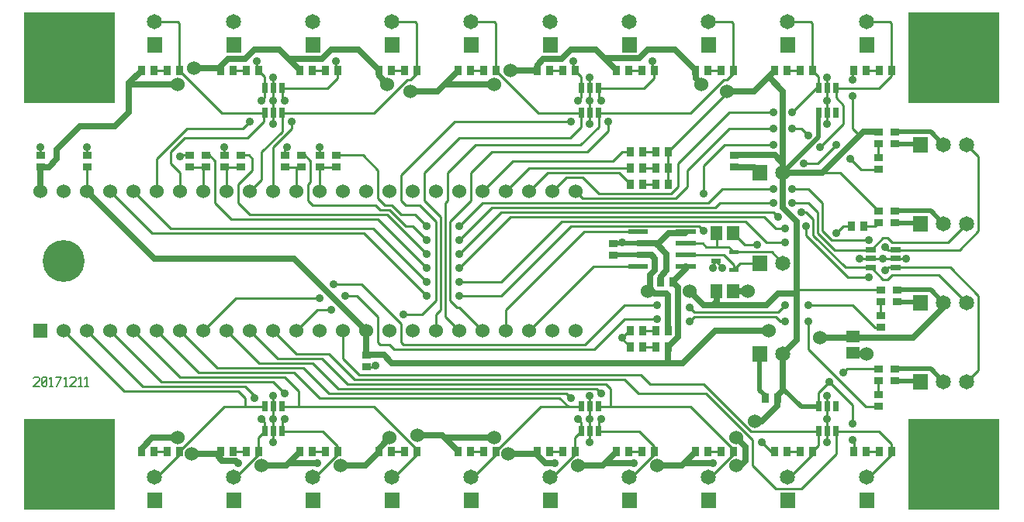
<source format=gbr>
G04 start of page 2 for group 0 idx 0 *
G04 Title: joystick-board, top *
G04 Creator: pcb 20140316 *
G04 CreationDate: Mon 11 Dec 2017 05:03:33 PM GMT UTC *
G04 For: brian *
G04 Format: Gerber/RS-274X *
G04 PCB-Dimensions (mil): 6000.00 5000.00 *
G04 PCB-Coordinate-Origin: lower left *
%MOIN*%
%FSLAX25Y25*%
%LNTOP*%
%ADD28C,0.1285*%
%ADD27C,0.0400*%
%ADD26C,0.0380*%
%ADD25C,0.0350*%
%ADD24C,0.0360*%
%ADD23R,0.0236X0.0236*%
%ADD22R,0.0512X0.0512*%
%ADD21R,0.0189X0.0189*%
%ADD20R,0.0200X0.0200*%
%ADD19R,0.0295X0.0295*%
%ADD18C,0.1800*%
%ADD17C,0.0650*%
%ADD16C,0.0600*%
%ADD15C,0.0070*%
%ADD14C,0.0200*%
%ADD13C,0.0250*%
%ADD12C,0.0100*%
%ADD11C,0.0001*%
G54D11*G36*
X424000Y383000D02*X463000D01*
Y344000D01*
X424000D01*
Y383000D01*
G37*
G36*
X44000Y344000D02*Y383000D01*
X83000D01*
Y344000D01*
X44000D01*
G37*
G36*
X83000Y169000D02*X44000D01*
Y208000D01*
X83000D01*
Y169000D01*
G37*
G36*
X463000Y208000D02*Y169000D01*
X424000D01*
Y208000D01*
X463000D01*
G37*
G54D12*X115000Y316441D02*X122000D01*
X121000Y306000D02*Y316441D01*
X126000Y319000D02*Y301000D01*
X111000Y314000D02*X107000Y318000D01*
Y323000D02*X113000Y329000D01*
X122000Y321559D02*X123441D01*
X126000Y319000D01*
X101000Y320000D02*X114000Y333000D01*
X115000Y321559D02*X111559D01*
X111000Y321000D01*
X128874Y339685D02*X110559Y358000D01*
X111000Y306000D02*Y314000D01*
X147260Y339685D02*X128874D01*
X140000Y329000D02*X147000Y336000D01*
Y339685D01*
X138000Y333000D02*X141000Y336000D01*
X147260Y355299D02*Y346260D01*
X146000Y345000D01*
X154740Y350315D02*Y346260D01*
X156000Y345000D01*
X113000Y329000D02*X140000D01*
X114000Y333000D02*X138000D01*
X178559Y358000D02*Y354559D01*
X174315Y350315D01*
X154740D02*X174315D01*
G54D13*X100000Y277000D02*X160000D01*
G54D12*X136000Y301000D02*X141000Y296000D01*
X126000Y301000D02*X133000Y294000D01*
X99000Y288000D02*X190000D01*
X107000Y290000D02*X194000D01*
X133000Y294000D02*X196000D01*
X141000Y296000D02*X200000D01*
X168000Y300000D02*X195000D01*
X197000Y298000D01*
X131000Y306000D02*Y316441D01*
X130000D02*X137000D01*
X136000Y309000D02*Y301000D01*
X130000Y321559D02*Y325000D01*
X154685Y331685D02*X146000Y323000D01*
X137000Y321559D02*X140441D01*
X142000Y320000D01*
X146000Y323000D02*Y311000D01*
X141000Y306000D01*
X142000Y320000D02*Y315000D01*
X136000Y309000D01*
X107000Y318000D02*Y323000D01*
X101000Y306000D02*Y320000D01*
X71000Y306000D02*Y316441D01*
G54D13*Y306000D02*X100000Y277000D01*
G54D12*X81000Y306000D02*X99000Y288000D01*
X91000Y306000D02*X107000Y290000D01*
X51000Y321559D02*Y325000D01*
X71000Y321559D02*Y325000D01*
G54D13*X51000Y306000D02*Y316441D01*
X54441D01*
X58000Y320000D01*
Y324000D01*
X68000Y334000D01*
X83000D01*
X89000Y340000D01*
G54D12*X177000Y321559D02*X189441D01*
X164441D02*X167000Y319000D01*
X189441Y321559D02*X196000Y315000D01*
Y303000D01*
X199000Y300000D01*
X163000Y321559D02*X164441D01*
X167000Y319000D02*Y310000D01*
X166000Y309000D01*
Y302000D01*
X168000Y300000D01*
X171000Y316441D02*X178000D01*
X171000Y321559D02*Y325000D01*
X290740Y333740D02*X283000Y326000D01*
X281000Y306000D02*X284000Y303000D01*
X277000Y312000D02*X284000D01*
X291000Y305000D01*
X295000Y336000D02*Y332000D01*
X286000Y323000D01*
X301000D02*X297000Y319000D01*
X304441Y309000D02*X299441Y314000D01*
X151000Y335000D02*Y355000D01*
G54D13*X196441Y355559D02*X200000Y352000D01*
X210000Y349000D02*X221441D01*
G54D12*X210000Y354000D02*X208559D01*
X194280Y339720D01*
X212559Y356559D02*X210000Y354000D01*
X264874Y339685D02*X246559Y358000D01*
X241441D02*X235559D01*
G54D13*X246000Y352000D02*X224441D01*
G54D12*X279000Y336000D02*X229000D01*
X278630Y329000D02*X231000D01*
X283000Y326000D02*X238000D01*
G54D13*X253000Y358000D02*X264441D01*
Y360441D01*
X267000Y363000D01*
X275000D01*
G54D12*X283260Y355299D02*X280559Y358000D01*
X269559D02*X275441D01*
X303559D02*X309441D01*
X283315Y333685D02*Y339685D01*
X280000Y362000D02*Y358559D01*
X283315Y333685D02*X278630Y329000D01*
G54D13*X275000Y363000D02*X279000Y367000D01*
X289441D01*
X298441Y358000D01*
X293220Y363220D02*X308220D01*
G54D12*X283260Y355299D02*Y346260D01*
X282000Y345000D01*
X290740Y350315D02*Y346260D01*
X292000Y345000D01*
X287000Y335000D02*Y355000D01*
X290740Y339685D02*Y333740D01*
X304441Y323000D02*X301000D01*
X241000Y306000D02*X254000Y319000D01*
X245000Y323000D02*X236000Y314000D01*
X227000Y293000D02*X236000Y302000D01*
X226000D02*X225000Y301000D01*
X231000Y329000D02*X216000Y314000D01*
X238000Y326000D02*X226000Y314000D01*
X216000Y302000D02*Y314000D01*
X226000Y302000D02*Y314000D01*
X236000Y302000D02*Y314000D01*
X223000Y295000D02*X216000Y302000D01*
X214000Y300000D02*X221000Y293000D01*
X206000Y302000D02*X208000Y300000D01*
X214000D01*
X229000Y336000D02*X206000Y313000D01*
Y302000D02*Y313000D01*
X283260Y339685D02*X264874D01*
X254000Y319000D02*X297000D01*
X299441Y314000D02*X269000D01*
X304441Y316000D02*X261000D01*
X286000Y323000D02*X245000D01*
X271000Y306000D02*X277000Y312000D01*
X269000Y314000D02*X261000Y306000D01*
Y316000D02*X251000Y306000D01*
X212559Y378441D02*X212000Y379000D01*
X246559Y358000D02*Y378441D01*
X246000Y379000D01*
X236000D01*
X212000D02*X202000D01*
G54D13*X221441Y349000D02*X230441Y358000D01*
G54D12*X212559Y378441D02*Y356559D01*
X156000Y316441D02*X163000D01*
X171000Y306000D02*Y316441D01*
X161000Y306000D02*Y316441D01*
X194244Y339685D02*X154740D01*
X159000Y336000D02*Y333000D01*
X151000Y325000D01*
X154685Y339685D02*Y331685D01*
X151000Y325000D02*Y306000D01*
X156000Y321559D02*Y324000D01*
X147260Y355299D02*X144559Y358000D01*
X133559D02*X139441D01*
X156000Y324000D02*X157000Y325000D01*
G54D13*X153441Y367000D02*X162441Y358000D01*
G54D12*X167559D02*X173441D01*
X201559D02*X207441D01*
X178000Y362000D02*Y358559D01*
G54D13*X157441Y363000D02*X172000D01*
X176000Y367000D01*
X187441D01*
X196441Y358000D01*
Y355559D01*
G54D12*X110559Y358000D02*Y378441D01*
X110000Y379000D01*
X100000D01*
X105441Y358000D02*X99559D01*
G54D13*X89000Y340000D02*Y352559D01*
X94441Y358000D01*
X110000Y352000D02*X89000D01*
X117000Y359000D02*X127441D01*
X128441Y358000D01*
X127441Y359000D02*X131441Y363000D01*
X139000D01*
G54D12*X144000Y362000D02*Y358559D01*
X144780Y357780D01*
G54D13*X139000Y363000D02*X143000Y367000D01*
X153441D01*
G54D12*X348559Y358000D02*Y378441D01*
X348000Y379000D01*
X338000D01*
X337559Y358000D02*X343441D01*
X314000Y362000D02*Y358559D01*
X314559Y358000D02*Y354559D01*
G54D13*X308220Y363220D02*X312000Y367000D01*
X323441D01*
X332441Y358000D01*
Y354559D01*
X335000Y352000D01*
G54D12*X348559Y358000D02*Y356559D01*
X346000Y354000D01*
X344559D01*
X330244Y339685D02*X290740D01*
G54D13*X346000Y349000D02*X357441D01*
X366441Y358000D01*
X370000Y349000D02*X363720Y355280D01*
G54D12*X346000Y349000D02*Y348441D01*
X344559Y354000D02*X330244Y339685D01*
X314559Y354559D02*X310315Y350315D01*
X290740D02*X310315D01*
X347000Y340000D02*X366000D01*
G54D13*X360000Y314000D02*X357559Y316441D01*
G54D12*X354000Y293000D02*X363000Y284000D01*
X359000Y283000D02*X353543D01*
G54D13*X357559Y316441D02*X349000D01*
G54D12*X344000Y307000D02*X366000D01*
X343000Y301000D02*X366000D01*
G54D13*X366441Y321559D02*X370000Y318000D01*
Y299000D02*Y349000D01*
G54D12*X366000Y297000D02*X368000Y295000D01*
X362000D02*X367000Y290000D01*
X366000Y333000D02*X347000D01*
G54D13*X349000Y321559D02*X366441D01*
G54D12*X366000Y326000D02*X345000D01*
X336000Y317000D01*
X346000Y348441D02*X320559Y323000D01*
X325000Y318000D02*X347000Y340000D01*
X338000Y301000D02*X344000Y307000D01*
X336000Y317000D02*Y305000D01*
X322000D02*X325000Y308000D01*
Y318000D01*
X329000Y315000D02*Y308000D01*
X324000Y303000D01*
X347000Y333000D02*X329000Y315000D01*
G54D14*X419000Y258441D02*X428559D01*
G54D12*X429000Y258000D01*
G54D14*X433441Y263559D02*X419000D01*
G54D12*X412000Y258441D02*Y252559D01*
G54D14*X433441Y263559D02*X439000Y258000D01*
G54D12*X454000Y261000D02*Y229000D01*
X449000Y224000D01*
G54D13*X439000Y258000D02*Y256000D01*
G54D12*X449000Y258000D02*X437000Y270000D01*
G54D13*X439000Y256000D02*X426000Y243000D01*
G54D12*X454000Y261000D02*X441740Y273260D01*
X415260D01*
G54D14*X418000Y224441D02*X428559D01*
G54D12*X429000Y224000D01*
X411000Y224441D02*Y218559D01*
G54D14*X433441Y229559D02*X439000Y224000D01*
X433441Y229559D02*X418000D01*
G54D12*X416559Y192559D02*X407000Y183000D01*
X406000D01*
X411315Y202685D02*X416559Y197441D01*
Y192559D02*Y197441D01*
X405559Y194000D02*X411441D01*
X382559D02*X385260Y196701D01*
X393000Y193000D02*X378000Y178000D01*
X367000D01*
X357000Y188000D01*
X356315Y202685D02*X385260D01*
Y196701D02*Y202685D01*
X393000D02*Y193000D01*
X400441Y194000D02*Y198559D01*
X400000Y199000D01*
X389000Y198000D02*Y218000D01*
X392740Y202685D02*X411315D01*
X411000Y213441D02*X405559D01*
X400000Y206000D02*Y214000D01*
X371559Y194000D02*X377441D01*
G54D14*X385260Y213315D02*X377685D01*
X370000Y221000D01*
G54D12*X385315Y213315D02*Y219315D01*
X412000Y263559D02*X376441D01*
X376000Y264000D01*
X381000Y238000D02*Y250000D01*
X405559Y213441D02*X381000Y238000D01*
X397559Y229559D02*X396000Y228000D01*
X400000Y214000D02*X390000Y224000D01*
X385315Y219315D02*X390000Y224000D01*
G54D13*X368000Y262000D02*X376000D01*
G54D12*X368000Y254000D02*X371000Y257000D01*
X411000Y229559D02*X397559D01*
G54D13*X406000Y236000D02*X400457D01*
X400000Y236457D01*
G54D14*X418000Y326441D02*X428559D01*
G54D12*X429000Y326000D01*
G54D14*X433441Y331559D02*X439000Y326000D01*
X433441Y331559D02*X418000D01*
G54D13*X404559D02*X387000Y314000D01*
G54D12*X403559Y315441D02*X399000Y320000D01*
X394559Y314000D02*X387000D01*
X393000Y326000D02*X385000Y318000D01*
X396000Y335000D02*X386000Y325000D01*
G54D14*X385260Y339685D02*Y329260D01*
G54D13*X411000Y331559D02*X404559D01*
G54D12*X400000Y333000D02*X403000Y330000D01*
X411000Y326441D02*Y320559D01*
G54D14*X385260Y329260D02*X370000Y314000D01*
G54D12*X385000Y318000D02*X379000D01*
X381000Y330000D02*X378000Y333000D01*
X374000D01*
X411000Y315441D02*X403559D01*
X400000Y257000D02*X381000D01*
X371000Y250000D02*X369000D01*
X367000Y252000D01*
X332000D01*
X330000Y250000D01*
G54D13*X355000Y263000D02*X348543D01*
G54D12*X412000Y247441D02*X409559D01*
X400000Y257000D01*
X403000Y277000D02*X423000D01*
X407685Y273260D02*X412945Y268000D01*
X415000D01*
X417000Y270000D01*
X415260Y273260D02*X414000Y272000D01*
X417000Y270000D02*X437000D01*
X382559Y358000D02*Y378441D01*
X382000Y379000D01*
X372000D01*
X377441Y358000D02*X371559D01*
X382559D02*X385260Y355299D01*
Y350315D01*
X384315D01*
X374000Y340000D01*
X407685Y280740D02*X412945Y286000D01*
X415000D01*
X417000Y284000D01*
X415260Y280740D02*X414000Y282000D01*
X411000Y292441D02*X409559Y291000D01*
X404559D01*
X411000Y297559D02*X394559Y314000D01*
X383000Y294000D02*X380000Y297000D01*
X378000D01*
X385000Y288000D02*Y297000D01*
X381000Y301000D01*
X374000D01*
X387000Y289000D02*Y301000D01*
X381000Y307000D01*
X374000D01*
X416559Y378441D02*X416000Y379000D01*
X406000D01*
X416559Y378441D02*Y355559D01*
X411441Y358000D02*X405559D01*
X392740Y350315D02*X411315D01*
X416559Y355559D01*
X400441Y358000D02*X400000Y357559D01*
Y354000D01*
Y347000D02*Y333000D01*
X389000Y335000D02*Y355000D01*
X392740Y350315D02*Y346260D01*
X396000Y343000D01*
Y335000D01*
X348819Y279819D02*X365181D01*
X328250Y278500D02*X344500D01*
X365181Y279819D02*X370000Y275000D01*
X360000D02*X351638D01*
X348819Y272181D01*
X344500Y278500D02*X348819Y274181D01*
Y272181D01*
X341181Y276000D02*Y275819D01*
X344000Y273000D01*
X340000D02*Y274638D01*
X341181Y275819D01*
X363000Y284000D02*X371000D01*
G54D14*X418000Y292441D02*X428559D01*
G54D12*X429000Y292000D01*
G54D14*X433441Y297559D02*X439000Y292000D01*
X433441Y297559D02*X418000D01*
G54D12*X441000Y284000D02*X417000D01*
X445740Y280740D02*X415260D01*
X454000Y289000D02*Y321000D01*
X449000Y326000D01*
X454000Y289000D02*X445740Y280740D01*
X449000Y292000D02*X441000Y284000D01*
G54D13*X376000Y293000D02*Y242000D01*
X370000Y236000D01*
X426000Y243000D02*X386000D01*
X370000Y299000D02*X376000Y293000D01*
X387000Y314000D02*X370000D01*
G54D12*X383000Y287000D02*Y294000D01*
X407000Y269000D02*X398000D01*
X407685Y273260D02*X396740D01*
X407685Y280740D02*X392260D01*
X407000Y285000D02*X391000D01*
X398000Y269000D02*X380000Y287000D01*
X396740Y273260D02*X383000Y287000D01*
X380000D02*Y291000D01*
X392260Y280740D02*X385000Y288000D01*
X391000Y285000D02*X387000Y289000D01*
X393000Y288000D02*X396000Y291000D01*
X399441D01*
X212559Y192559D02*X203000Y183000D01*
X202000D01*
X178559Y192559D02*X169000Y183000D01*
G54D13*X180000Y188000D02*X190441D01*
G54D12*X194244Y213315D02*X212559Y195000D01*
Y192559D02*Y195000D01*
G54D13*X201000Y200000D02*X196441Y195441D01*
Y194000D01*
G54D12*X207441D02*X201559D01*
G54D13*X190441Y188000D02*X196441Y194000D01*
X213000Y201000D02*X223441D01*
X230441Y194000D01*
X246000Y200000D02*X224441D01*
G54D12*X241441Y194000D02*X235559D01*
G54D13*X252000Y193000D02*X263441D01*
X264441Y194000D01*
G54D12*X275441D02*X269559D01*
G54D13*X272000Y189000D02*X268000D01*
X264000Y193000D01*
X282000Y188000D02*X292441D01*
X298441Y194000D01*
X306000Y189000D02*X293441D01*
G54D12*X309441Y194000D02*X303559D01*
X154740Y213315D02*X194244D01*
X154740Y202685D02*Y206740D01*
X156000Y208000D01*
G54D13*X156441Y188000D02*X162441Y194000D01*
X170000Y189000D02*X157441D01*
G54D12*X154740Y202685D02*X172315D01*
X178559Y196441D01*
Y192559D02*Y196441D01*
X173441Y194000D02*X167559D01*
X156000Y219000D02*X151000Y224000D01*
X156000Y226000D02*X162000Y220000D01*
X160000Y228000D02*X171000Y217000D01*
X153000Y234000D02*X172000D01*
X164000Y230000D02*X175000Y219000D01*
X161000Y236000D02*X175000D01*
X162000Y220000D02*Y213315D01*
X151000Y246000D02*X161000Y236000D01*
X171000Y260000D02*X135000D01*
X121000Y246000D01*
X172000Y234000D02*X183000Y223000D01*
X168000Y232000D02*X179000Y221000D01*
X191000Y230441D02*X194441D01*
X175000Y236000D02*X186000Y225000D01*
X181000Y246000D02*Y234000D01*
X188000Y227000D01*
X194441Y230441D02*X195000Y231000D01*
G54D13*X160000Y277000D02*X191000Y246000D01*
G54D12*X161000D02*X170000Y255000D01*
X176000D01*
X190000Y288000D02*X217000Y261000D01*
X194000Y290000D02*X217000Y267000D01*
X196000Y294000D02*X217000Y273000D01*
X200000Y296000D02*X217000Y279000D01*
X212000Y296000D02*X217000Y291000D01*
X208000D02*X211000D01*
X217000Y285000D01*
X199000Y300000D02*X202000D01*
X206000Y296000D01*
X212000D01*
X197000Y298000D02*X201000D01*
X208000Y291000D01*
X221000Y293000D02*Y259000D01*
X223000Y295000D02*Y255000D01*
X227000Y293000D02*Y259000D01*
X223000Y255000D02*X221000Y253000D01*
Y246000D01*
X227000Y259000D02*X230000Y256000D01*
X231000D01*
X225000Y252000D02*X231000Y246000D01*
Y256000D02*X241000Y246000D01*
X231000Y261000D02*X249000D01*
X225000Y301000D02*Y252000D01*
X231000Y291000D02*X241000Y301000D01*
X231000Y285000D02*X245000Y299000D01*
X231000Y279000D02*X249000Y297000D01*
X231000Y273000D02*X253000Y295000D01*
X249000Y261000D02*X279000Y291000D01*
X231000Y267000D02*X249000D01*
X275000Y293000D01*
X169000Y183000D02*X168000D01*
X144559Y192559D02*Y199984D01*
X147260Y202685D01*
Y206740D01*
X146000Y208000D01*
X151000Y198000D02*Y218000D01*
X143000Y217000D02*Y218000D01*
G54D13*X146000Y188000D02*X156441D01*
G54D12*X110559Y192559D02*X101000Y183000D01*
X105441Y194000D02*X99559D01*
X101000Y183000D02*X100000D01*
X129874Y213315D02*X110559Y194000D01*
G54D13*X94441D02*Y195441D01*
X99000Y200000D01*
X110000D01*
G54D12*X147260Y213315D02*X129874D01*
X139000D02*Y217000D01*
X136000Y220000D01*
X143000Y218000D02*X139000Y222000D01*
X145000Y232000D02*X131000Y246000D01*
X141000D02*X153000Y234000D01*
X136000Y220000D02*X87000D01*
X139000Y222000D02*X95000D01*
X87000Y220000D02*X61000Y246000D01*
X95000Y222000D02*X71000Y246000D01*
X103000Y224000D02*X81000Y246000D01*
X91000D02*X111000Y226000D01*
X119000Y228000D02*X101000Y246000D01*
X111000D02*X127000Y230000D01*
X151000Y224000D02*X103000D01*
X111000Y226000D02*X156000D01*
X119000Y228000D02*X160000D01*
X145000Y232000D02*X168000D01*
X127000Y230000D02*X164000D01*
G54D13*X127441Y193000D02*X128441Y194000D01*
G54D12*X144559Y192559D02*X135000Y183000D01*
X134000D01*
G54D13*X129000Y190000D02*X135000D01*
X136000Y189000D01*
G54D12*X110559Y194000D02*Y192559D01*
G54D13*X116000Y193000D02*X127441D01*
Y191559D01*
X129000Y190000D01*
G54D12*X139441Y194000D02*X133559D01*
X348559Y192559D02*X339000Y183000D01*
X338000D01*
X330244Y213315D02*X348559Y195000D01*
Y192559D02*Y195000D01*
G54D13*X340000Y189000D02*X327441D01*
G54D12*X343441Y194000D02*X337559D01*
X305000Y183000D02*X304000D01*
X290740Y202685D02*X308315D01*
X280559Y192559D02*X271000Y183000D01*
X270000D01*
X314559Y192559D02*X305000Y183000D01*
X308315Y202685D02*X314559Y196441D01*
Y192559D02*Y196441D01*
G54D13*X316000Y188000D02*X326441D01*
X332441Y194000D01*
G54D12*X283260Y202685D02*Y206740D01*
X282000Y208000D01*
X290740Y202685D02*Y206740D01*
X292000Y208000D01*
X280559Y192559D02*Y199984D01*
X309559Y239000D02*X315441D01*
X308000Y219000D02*X337000D01*
X309000Y227000D02*X313000Y223000D01*
X336000D01*
G54D13*X320559Y239000D02*Y232441D01*
X321000Y232000D01*
X364000Y246000D02*X341000D01*
X327000Y232000D01*
X325000Y243441D02*X320559Y239000D01*
X354000Y196000D02*X350000Y200000D01*
X358000Y207000D02*X361000D01*
G54D12*X287000Y198000D02*Y218000D01*
X292000Y219000D02*X290000Y221000D01*
X294000Y223000D02*X296000Y221000D01*
Y213315D01*
X290740D02*X330244D01*
X283260D02*X265874D01*
X302000Y225000D02*X308000Y219000D01*
G54D14*X360000Y236000D02*Y220441D01*
X362441Y218000D01*
G54D13*X370000Y236000D02*Y220441D01*
X367559Y218000D01*
Y213559D01*
G54D12*X336000Y223000D02*X356315Y202685D01*
X382559Y194000D02*Y192559D01*
X373000Y183000D01*
X372000D01*
X357000Y188000D02*Y199000D01*
G54D13*X350000Y188000D02*X352000D01*
X354000Y190000D01*
Y196000D01*
G54D12*X337000Y219000D02*X357000Y199000D01*
G54D13*X367559Y213559D02*X361000Y207000D01*
G54D12*X366441Y194000D02*X365000D01*
X361000Y198000D01*
X246559Y194000D02*Y192559D01*
X237000Y183000D01*
X236000D01*
X280559Y199984D02*X283260Y202685D01*
X277685Y213315D02*X274000Y217000D01*
X277000Y219000D02*X279000Y217000D01*
X265874Y213315D02*X246559Y194000D01*
X183000Y223000D02*X294000D01*
X179000Y221000D02*X290000D01*
X175000Y219000D02*X277000D01*
X171000Y217000D02*X274000D01*
X186000Y225000D02*X302000D01*
X309000Y227000D02*X188000D01*
G54D13*X191000Y246000D02*Y235559D01*
G54D12*X196000Y252000D02*Y241000D01*
X197000Y240000D01*
G54D13*X191000Y235559D02*X198441D01*
G54D12*X207000Y240000D02*X285000D01*
X197000D02*X201000D01*
X203000Y238000D01*
X289000D01*
G54D13*X198441Y235559D02*X202000Y232000D01*
G54D12*X206000Y249000D02*Y241000D01*
X207000Y240000D01*
G54D13*X327000Y232000D02*X202000D01*
G54D12*X182000Y261000D02*X187000D01*
X196000Y252000D01*
X177000Y266000D02*X189000D01*
X206000Y249000D02*X189000Y266000D01*
X207000Y253000D02*X215000D01*
X221000Y259000D01*
X304000Y246000D02*X301000Y243000D01*
Y242441D01*
X304441Y239000D01*
X307750Y288500D02*X284500D01*
X251000Y255000D01*
Y246000D01*
X307750Y273500D02*X288500D01*
X261000Y246000D01*
X285000Y240000D02*X302000Y257000D01*
Y251000D02*X289000Y238000D01*
G54D13*X325000Y264559D02*Y243441D01*
X320559Y246000D02*Y261441D01*
G54D12*X241000Y301000D02*X338000D01*
X245000Y299000D02*X341000D01*
X279000Y291000D02*X334000D01*
X249000Y297000D02*X366000D01*
X253000Y295000D02*X362000D01*
X367000Y290000D02*X371000D01*
X275000Y293000D02*X354000D01*
X284000Y303000D02*X324000D01*
G54D14*X297000Y283559D02*X300559D01*
G54D12*X301000Y284000D01*
X301059Y283500D02*X301000Y283559D01*
G54D14*X307750Y278500D02*X297059D01*
G54D12*X297000Y278441D01*
G54D14*X301059Y283500D02*X310500D01*
G54D13*X308000Y278500D02*X313500D01*
X315500Y283500D02*X308000D01*
G54D12*X291000Y305000D02*X322000D01*
G54D13*X328250Y273500D02*Y272691D01*
G54D12*X330000Y256000D02*X332000Y254000D01*
G54D13*X330000Y263000D02*X336000Y257000D01*
X328250Y272691D02*X322559Y267000D01*
X325000Y264559D01*
X328000Y288000D02*X321000D01*
X316000Y283000D01*
G54D12*X334000Y291000D02*X336000Y289000D01*
X328250Y283500D02*X335500D01*
X337000Y282000D01*
X304441Y246000D02*X304000D01*
X309559D02*X315441D01*
G54D13*X313500Y278500D02*X315000Y277000D01*
G54D12*X309559Y323000D02*X315441D01*
X309559Y316000D02*X315441D01*
X309559Y309000D02*X315441D01*
X320559Y323000D02*Y309000D01*
G54D13*X315000Y277000D02*Y272000D01*
X320000D02*Y279000D01*
X315500Y283500D01*
X315000Y272000D02*X313000Y270000D01*
X317441Y267000D02*Y269441D01*
X320000Y272000D01*
X313000Y270000D02*Y264000D01*
X315000Y262000D02*X320000D01*
X320559Y261441D01*
X313000Y264000D02*X315000Y262000D01*
G54D12*X302000Y257000D02*X316000D01*
Y251000D02*X302000D01*
X341000Y299000D02*X343000Y301000D01*
X337000Y282000D02*X346638D01*
X341457Y288000D02*Y282543D01*
X342000Y282000D01*
X346638D02*X348819Y279819D01*
X353543Y283000D02*X348543Y288000D01*
X332000Y254000D02*X368000D01*
G54D13*X336000Y257000D02*X363000D01*
X368000Y262000D02*X363000Y257000D01*
X341457Y263000D02*Y258457D01*
X340000Y257000D01*
G54D15*X48000Y225530D02*X48490Y226020D01*
X49960D01*
X50450Y225530D01*
Y224550D01*
X48000Y222100D02*X50450Y224550D01*
X48000Y222100D02*X50450D01*
X51626Y222590D02*X52116Y222100D01*
X51626Y225530D02*Y222590D01*
Y225530D02*X52116Y226020D01*
X53096D01*
X53586Y225530D01*
Y222590D01*
X53096Y222100D02*X53586Y222590D01*
X52116Y222100D02*X53096D01*
X51626Y223080D02*X53586Y225040D01*
X54762Y225236D02*X55546Y226020D01*
Y222100D01*
X54762D02*X56232D01*
X57898D02*X59858Y226020D01*
X57408D02*X59858D01*
X61034Y225236D02*X61818Y226020D01*
Y222100D01*
X61034D02*X62504D01*
X63680Y225530D02*X64170Y226020D01*
X65640D01*
X66130Y225530D01*
Y224550D01*
X63680Y222100D02*X66130Y224550D01*
X63680Y222100D02*X66130D01*
X67306Y225236D02*X68090Y226020D01*
Y222100D01*
X67306D02*X68776D01*
X69952Y225236D02*X70736Y226020D01*
Y222100D01*
X69952D02*X71422D01*
G54D16*X271000Y246000D03*
X281000D03*
Y306000D03*
X271000D03*
G54D11*G36*
X356750Y278250D02*Y271750D01*
X363250D01*
Y278250D01*
X356750D01*
G37*
G36*
Y317250D02*Y310750D01*
X363250D01*
Y317250D01*
X356750D01*
G37*
G54D17*X370000Y275000D03*
Y314000D03*
G54D11*G36*
X356750Y239250D02*Y232750D01*
X363250D01*
Y239250D01*
X356750D01*
G37*
G54D17*X370000Y236000D03*
G54D11*G36*
X425750Y261250D02*Y254750D01*
X432250D01*
Y261250D01*
X425750D01*
G37*
G36*
Y295250D02*Y288750D01*
X432250D01*
Y295250D01*
X425750D01*
G37*
G54D17*X439000Y292000D03*
X449000D03*
X439000Y258000D03*
X449000D03*
G54D16*X261000Y306000D03*
G54D11*G36*
X300750Y372250D02*Y365750D01*
X307250D01*
Y372250D01*
X300750D01*
G37*
G54D17*X304000Y379000D03*
G54D11*G36*
X266750Y372250D02*Y365750D01*
X273250D01*
Y372250D01*
X266750D01*
G37*
G54D17*X270000Y379000D03*
G54D16*X251000Y306000D03*
X241000D03*
X231000D03*
G54D11*G36*
X232750Y372250D02*Y365750D01*
X239250D01*
Y372250D01*
X232750D01*
G37*
G54D17*X236000Y379000D03*
G54D11*G36*
X198750Y372250D02*Y365750D01*
X205250D01*
Y372250D01*
X198750D01*
G37*
G54D17*X202000Y379000D03*
G54D11*G36*
X334750Y372250D02*Y365750D01*
X341250D01*
Y372250D01*
X334750D01*
G37*
G36*
X368750D02*Y365750D01*
X375250D01*
Y372250D01*
X368750D01*
G37*
G36*
X402750D02*Y365750D01*
X409250D01*
Y372250D01*
X402750D01*
G37*
G54D18*X446000Y366000D03*
G54D17*X168000Y379000D03*
X100000D03*
X338000D03*
X372000D03*
X406000D03*
G54D11*G36*
X425750Y329250D02*Y322750D01*
X432250D01*
Y329250D01*
X425750D01*
G37*
G54D17*X439000Y326000D03*
X449000D03*
G54D11*G36*
X130750Y372250D02*Y365750D01*
X137250D01*
Y372250D01*
X130750D01*
G37*
G54D17*X134000Y379000D03*
G54D11*G36*
X164750Y372250D02*Y365750D01*
X171250D01*
Y372250D01*
X164750D01*
G37*
G36*
X96750D02*Y365750D01*
X103250D01*
Y372250D01*
X96750D01*
G37*
G54D18*X61000Y366000D03*
Y276000D03*
G54D16*X131000Y246000D03*
X141000D03*
X151000D03*
X161000D03*
X171000D03*
X81000D03*
X91000D03*
X101000D03*
X111000D03*
G54D11*G36*
X48000Y249000D02*Y243000D01*
X54000D01*
Y249000D01*
X48000D01*
G37*
G54D16*X61000Y246000D03*
X71000D03*
X121000D03*
G54D11*G36*
X96750Y176250D02*Y169750D01*
X103250D01*
Y176250D01*
X96750D01*
G37*
G36*
X164750D02*Y169750D01*
X171250D01*
Y176250D01*
X164750D01*
G37*
G36*
X198750D02*Y169750D01*
X205250D01*
Y176250D01*
X198750D01*
G37*
G36*
X130750D02*Y169750D01*
X137250D01*
Y176250D01*
X130750D01*
G37*
G54D17*X134000Y183000D03*
G54D18*X61000Y186000D03*
G54D16*X181000Y246000D03*
X191000D03*
X201000D03*
X211000D03*
X221000D03*
X231000D03*
X241000D03*
X251000D03*
X261000D03*
G54D11*G36*
X425750Y227250D02*Y220750D01*
X432250D01*
Y227250D01*
X425750D01*
G37*
G54D17*X439000Y224000D03*
X449000D03*
G54D16*X221000Y306000D03*
X211000D03*
X201000D03*
X191000D03*
X181000D03*
X171000D03*
X161000D03*
X151000D03*
X141000D03*
X131000D03*
X121000D03*
X111000D03*
X101000D03*
X91000D03*
X81000D03*
X71000D03*
X61000D03*
X51000D03*
G54D17*X100000Y183000D03*
X168000D03*
X202000D03*
X236000D03*
X270000D03*
X304000D03*
G54D11*G36*
X232750Y176250D02*Y169750D01*
X239250D01*
Y176250D01*
X232750D01*
G37*
G36*
X266750D02*Y169750D01*
X273250D01*
Y176250D01*
X266750D01*
G37*
G36*
X300750D02*Y169750D01*
X307250D01*
Y176250D01*
X300750D01*
G37*
G36*
X334750D02*Y169750D01*
X341250D01*
Y176250D01*
X334750D01*
G37*
G54D17*X338000Y183000D03*
G54D11*G36*
X368750Y176250D02*Y169750D01*
X375250D01*
Y176250D01*
X368750D01*
G37*
G54D17*X372000Y183000D03*
G54D11*G36*
X402750Y176250D02*Y169750D01*
X409250D01*
Y176250D01*
X402750D01*
G37*
G54D17*X406000Y183000D03*
G54D18*X446000Y186000D03*
G54D19*X296508Y278441D02*X297492D01*
X296508Y283559D02*X297492D01*
G54D20*X304500Y288500D02*X311000D01*
X304500Y283500D02*X311000D01*
X304500Y278500D02*X311000D01*
X304500Y273500D02*X311000D01*
G54D19*X322559Y267492D02*Y266508D01*
X317441Y267492D02*Y266508D01*
G54D20*X325000Y273500D02*X331500D01*
G54D19*X367559Y217492D02*Y216508D01*
X362441Y217492D02*Y216508D01*
G54D21*X347894Y272181D02*X349744D01*
G54D22*X341457Y263393D02*Y262607D01*
X348543Y263393D02*Y262607D01*
G54D23*X290740Y203669D02*Y201701D01*
X287000Y203669D02*Y201701D01*
X283260Y203669D02*Y201701D01*
Y214299D02*Y212331D01*
X287000Y214299D02*Y212331D01*
X290740Y214299D02*Y212331D01*
G54D19*X309559Y246492D02*Y245508D01*
Y239492D02*Y238508D01*
X304441Y246492D02*Y245508D01*
Y239492D02*Y238508D01*
X315441Y246492D02*Y245508D01*
X320559Y246492D02*Y245508D01*
X315441Y239492D02*Y238508D01*
X320559Y239492D02*Y238508D01*
G54D20*X325000Y278500D02*X331500D01*
X325000Y283500D02*X331500D01*
X325000Y288500D02*X331500D01*
G54D19*X348508Y321559D02*X349492D01*
X348508Y316441D02*X349492D01*
G54D22*X348543Y288393D02*Y287607D01*
X341457Y288393D02*Y287607D01*
G54D21*X347894Y279819D02*X349744D01*
X340256Y276000D02*X342106D01*
G54D19*X309559Y323492D02*Y322508D01*
X304441Y323492D02*Y322508D01*
X309559Y316492D02*Y315508D01*
X304441Y316492D02*Y315508D01*
X309559Y309492D02*Y308508D01*
X304441Y309492D02*Y308508D01*
X315441Y323492D02*Y322508D01*
X320559Y323492D02*Y322508D01*
X315441Y316492D02*Y315508D01*
X320559Y316492D02*Y315508D01*
X315441Y309492D02*Y308508D01*
X320559Y309492D02*Y308508D01*
X155508Y316441D02*X156492D01*
X155508Y321559D02*X156492D01*
X162508Y316441D02*X163492D01*
X129508D02*X130492D01*
X136508D02*X137492D01*
X170508D02*X171492D01*
X177508D02*X178492D01*
X162508Y321559D02*X163492D01*
X129508D02*X130492D01*
X136508D02*X137492D01*
X170508D02*X171492D01*
X177508D02*X178492D01*
X70508Y316441D02*X71492D01*
X70508Y321559D02*X71492D01*
X50508Y316441D02*X51492D01*
X50508Y321559D02*X51492D01*
X121508Y316441D02*X122492D01*
X121508Y321559D02*X122492D01*
X114508Y316441D02*X115492D01*
X114508Y321559D02*X115492D01*
X105441Y358492D02*Y357508D01*
X99559Y358492D02*Y357508D01*
X94441Y358492D02*Y357508D01*
G54D23*X147260Y351299D02*Y349331D01*
X151000Y351299D02*Y349331D01*
X154740Y351299D02*Y349331D01*
Y340669D02*Y338701D01*
X151000Y340669D02*Y338701D01*
X147260Y340669D02*Y338701D01*
G54D19*X110559Y358492D02*Y357508D01*
X162441Y358492D02*Y357508D01*
X139441Y358492D02*Y357508D01*
X144559Y358492D02*Y357508D01*
X133559Y358492D02*Y357508D01*
X128441Y358492D02*Y357508D01*
X173441Y358492D02*Y357508D01*
X178559Y358492D02*Y357508D01*
X167559Y358492D02*Y357508D01*
X207441Y358492D02*Y357508D01*
X212559Y358492D02*Y357508D01*
X201559Y358492D02*Y357508D01*
X196441Y358492D02*Y357508D01*
G54D23*X283260Y351299D02*Y349331D01*
Y340669D02*Y338701D01*
G54D19*X275441Y358492D02*Y357508D01*
X280559Y358492D02*Y357508D01*
X269559Y358492D02*Y357508D01*
X264441Y358492D02*Y357508D01*
G54D23*X287000Y351299D02*Y349331D01*
X290740Y351299D02*Y349331D01*
Y340669D02*Y338701D01*
X287000Y340669D02*Y338701D01*
G54D19*X309441Y358492D02*Y357508D01*
X314559Y358492D02*Y357508D01*
X303559Y358492D02*Y357508D01*
X298441Y358492D02*Y357508D01*
X241441Y358492D02*Y357508D01*
X246559Y358492D02*Y357508D01*
X235559Y358492D02*Y357508D01*
X230441Y358492D02*Y357508D01*
G54D23*X154740Y203669D02*Y201701D01*
Y214299D02*Y212331D01*
G54D19*X173441Y194492D02*Y193508D01*
X167559Y194492D02*Y193508D01*
X162441Y194492D02*Y193508D01*
G54D23*X151000Y203669D02*Y201701D01*
Y214299D02*Y212331D01*
X147260Y203669D02*Y201701D01*
Y214299D02*Y212331D01*
G54D19*X139441Y194492D02*Y193508D01*
X144559Y194492D02*Y193508D01*
X133559Y194492D02*Y193508D01*
X128441Y194492D02*Y193508D01*
X105441Y194492D02*Y193508D01*
X99559Y194492D02*Y193508D01*
X94441Y194492D02*Y193508D01*
X110559Y194492D02*Y193508D01*
X212559Y194492D02*Y193508D01*
X241441Y194492D02*Y193508D01*
X246559Y194492D02*Y193508D01*
X235559Y194492D02*Y193508D01*
X230441Y194492D02*Y193508D01*
X275441Y194492D02*Y193508D01*
X280559Y194492D02*Y193508D01*
X269559Y194492D02*Y193508D01*
X264441Y194492D02*Y193508D01*
X309441Y194492D02*Y193508D01*
X303559Y194492D02*Y193508D01*
X298441Y194492D02*Y193508D01*
X314559Y194492D02*Y193508D01*
X343441Y194492D02*Y193508D01*
X348559Y194492D02*Y193508D01*
X337559Y194492D02*Y193508D01*
X332441Y194492D02*Y193508D01*
X178559Y194492D02*Y193508D01*
X207441Y194492D02*Y193508D01*
X201559Y194492D02*Y193508D01*
X196441Y194492D02*Y193508D01*
X190508Y235559D02*X191492D01*
X190508Y230441D02*X191492D01*
X417508Y297559D02*X418492D01*
X404559Y291492D02*Y290508D01*
X399441Y291492D02*Y290508D01*
X410508Y292441D02*X411492D01*
X410508Y297559D02*X411492D01*
X417508Y292441D02*X418492D01*
X410508Y315441D02*X411492D01*
G54D23*X406701Y277000D02*X408669D01*
X417331D02*X419299D01*
X406701Y280740D02*X408669D01*
X417331D02*X419299D01*
G54D19*X343441Y358492D02*Y357508D01*
X337559Y358492D02*Y357508D01*
X332441Y358492D02*Y357508D01*
X348559Y358492D02*Y357508D01*
X417508Y331559D02*X418492D01*
X417508Y326441D02*X418492D01*
X410508D02*X411492D01*
X410508Y331559D02*X411492D01*
X410508Y320559D02*X411492D01*
G54D23*X392740Y340669D02*Y338701D01*
X389000Y340669D02*Y338701D01*
X385260Y340669D02*Y338701D01*
Y351299D02*Y349331D01*
X389000Y351299D02*Y349331D01*
X392740Y351299D02*Y349331D01*
G54D19*X377441Y358492D02*Y357508D01*
X371559Y358492D02*Y357508D01*
X366441Y358492D02*Y357508D01*
X382559Y358492D02*Y357508D01*
X411441Y358492D02*Y357508D01*
X416559Y358492D02*Y357508D01*
X405559Y358492D02*Y357508D01*
X400441Y358492D02*Y357508D01*
X417508Y229559D02*X418492D01*
X417508Y224441D02*X418492D01*
X410508Y218559D02*X411492D01*
X410508Y224441D02*X411492D01*
X410508Y229559D02*X411492D01*
X410508Y213441D02*X411492D01*
X411441Y194492D02*Y193508D01*
X416559Y194492D02*Y193508D01*
X405559Y194492D02*Y193508D01*
G54D23*X392740Y203669D02*Y201701D01*
X389000Y203669D02*Y201701D01*
X385260Y203669D02*Y201701D01*
Y214299D02*Y212331D01*
X389000Y214299D02*Y212331D01*
X392740Y214299D02*Y212331D01*
G54D19*X377441Y194492D02*Y193508D01*
X371559Y194492D02*Y193508D01*
X366441Y194492D02*Y193508D01*
X382559Y194492D02*Y193508D01*
X400441Y194492D02*Y193508D01*
X418508Y263559D02*X419492D01*
X418508Y258441D02*X419492D01*
X411508D02*X412492D01*
X411508Y263559D02*X412492D01*
G54D23*X406701Y273260D02*X408669D01*
X417331D02*X419299D01*
G54D19*X411508Y252559D02*X412492D01*
X411508Y247441D02*X412492D01*
G54D22*X399607Y243543D02*X400393D01*
X399607Y236457D02*X400393D01*
G54D24*X151000Y208000D03*
Y198000D03*
X146000Y208000D03*
X143000Y217000D03*
X156000Y219000D03*
G54D16*X110000Y200000D03*
X201000D03*
X213000Y201000D03*
X116000Y193000D03*
G54D24*X136000Y189000D03*
G54D16*X146000Y188000D03*
G54D24*X170000Y189000D03*
G54D16*X180000Y188000D03*
G54D24*X151000Y345000D03*
X146000D03*
X156000D03*
X151000Y335000D03*
X157000Y325000D03*
X159000Y336000D03*
X111000Y321000D03*
X51000Y325000D03*
X71000D03*
X141000Y336000D03*
X130000Y325000D03*
X171000D03*
X195000Y231000D03*
X176000Y255000D03*
X171000Y260000D03*
X182000Y261000D03*
X177000Y266000D03*
X217000Y267000D03*
Y261000D03*
X207000Y253000D03*
X413000Y277000D03*
X423000D03*
X414000Y272000D03*
Y282000D03*
X381000Y250000D03*
X403000Y277000D03*
X407000Y269000D03*
Y285000D03*
X393000Y288000D03*
X389000Y335000D03*
X380000Y291000D03*
X379000Y318000D03*
X393000Y326000D03*
X399000Y320000D03*
X366000Y326000D03*
X386000Y325000D03*
X381000Y330000D03*
X374000Y333000D03*
X366000D03*
X381000Y257000D03*
G54D16*X355000Y263000D03*
G54D24*X371000Y257000D03*
Y250000D03*
X344000Y273000D03*
X340000D03*
X336000Y305000D03*
X374000Y307000D03*
Y301000D03*
X378000Y297000D03*
X359000Y283000D03*
X316000Y257000D03*
Y251000D03*
X330000Y250000D03*
Y256000D03*
G54D16*Y263000D03*
G54D24*X287000Y345000D03*
X282000D03*
X292000D03*
X389000D03*
X374000Y340000D03*
X366000D03*
X287000Y355000D03*
X389000D03*
G54D16*X335000Y352000D03*
X346000Y349000D03*
G54D24*X400000Y354000D03*
Y347000D03*
X151000Y355000D03*
G54D16*X200000Y352000D03*
X210000Y349000D03*
X246000Y352000D03*
X253000Y358000D03*
X110000Y352000D03*
X117000Y359000D03*
G54D24*X144000Y362000D03*
X178000D03*
X280000D03*
X314000D03*
X156000Y208000D03*
X389000D03*
X151000Y218000D03*
X389000D03*
X287000D03*
X301000Y243000D03*
X279000Y217000D03*
X292000Y219000D03*
G54D16*X386000Y243000D03*
X364000Y246000D03*
X406000Y236000D03*
G54D24*X287000Y335000D03*
X301000Y284000D03*
X279000Y336000D03*
X295000D03*
G54D16*X312000Y263000D03*
G54D24*X217000Y291000D03*
Y285000D03*
Y279000D03*
Y273000D03*
X231000Y291000D03*
Y285000D03*
Y279000D03*
Y273000D03*
Y267000D03*
Y261000D03*
X371000Y284000D03*
Y290000D03*
X368000Y295000D03*
X366000Y301000D03*
Y307000D03*
X336000Y289000D03*
X292000Y208000D03*
X282000D03*
X287000D03*
X306000Y189000D03*
X287000Y198000D03*
X389000D03*
X400000Y199000D03*
G54D16*X246000Y200000D03*
X350000D03*
G54D24*X361000Y198000D03*
X396000Y228000D03*
X390000Y224000D03*
X400000Y206000D03*
G54D16*X252000Y193000D03*
G54D24*X272000Y189000D03*
G54D16*X282000Y188000D03*
X316000D03*
G54D24*X340000Y189000D03*
G54D16*X350000Y188000D03*
X358000Y207000D03*
G54D14*G54D25*G54D14*G54D25*G54D14*G54D25*G54D14*G54D25*G54D14*G54D25*G54D14*G54D25*G54D14*G54D25*G54D14*G54D25*G54D14*G54D25*G54D14*G54D25*G54D14*G54D25*G54D14*G54D25*G54D14*G54D25*G54D26*G54D27*G54D26*G54D27*G54D26*G54D27*G54D28*G54D27*G54D28*G54D26*G54D27*G54D28*G54D26*G54D27*G54D26*G54D27*G54D28*M02*

</source>
